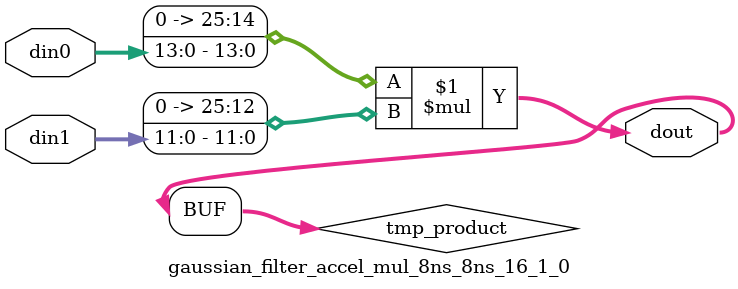
<source format=v>

`timescale 1 ns / 1 ps

  module gaussian_filter_accel_mul_8ns_8ns_16_1_0(din0, din1, dout);
parameter ID = 1;
parameter NUM_STAGE = 0;
parameter din0_WIDTH = 14;
parameter din1_WIDTH = 12;
parameter dout_WIDTH = 26;

input [din0_WIDTH - 1 : 0] din0; 
input [din1_WIDTH - 1 : 0] din1; 
output [dout_WIDTH - 1 : 0] dout;

wire signed [dout_WIDTH - 1 : 0] tmp_product;










assign tmp_product = $signed({1'b0, din0}) * $signed({1'b0, din1});











assign dout = tmp_product;







endmodule

</source>
